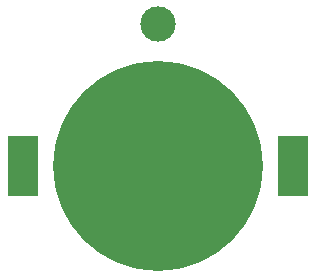
<source format=gbs>
G04 #@! TF.FileFunction,Soldermask,Bot*
%FSLAX46Y46*%
G04 Gerber Fmt 4.6, Leading zero omitted, Abs format (unit mm)*
G04 Created by KiCad (PCBNEW 4.0.7) date 06/28/18 12:26:11*
%MOMM*%
%LPD*%
G01*
G04 APERTURE LIST*
%ADD10C,0.100000*%
%ADD11C,17.780000*%
%ADD12R,2.540000X5.080000*%
%ADD13C,3.000000*%
G04 APERTURE END LIST*
D10*
D11*
X207645000Y-93345000D03*
D12*
X219075000Y-93345000D03*
X196215000Y-93345000D03*
D13*
X207645000Y-81280000D03*
M02*

</source>
